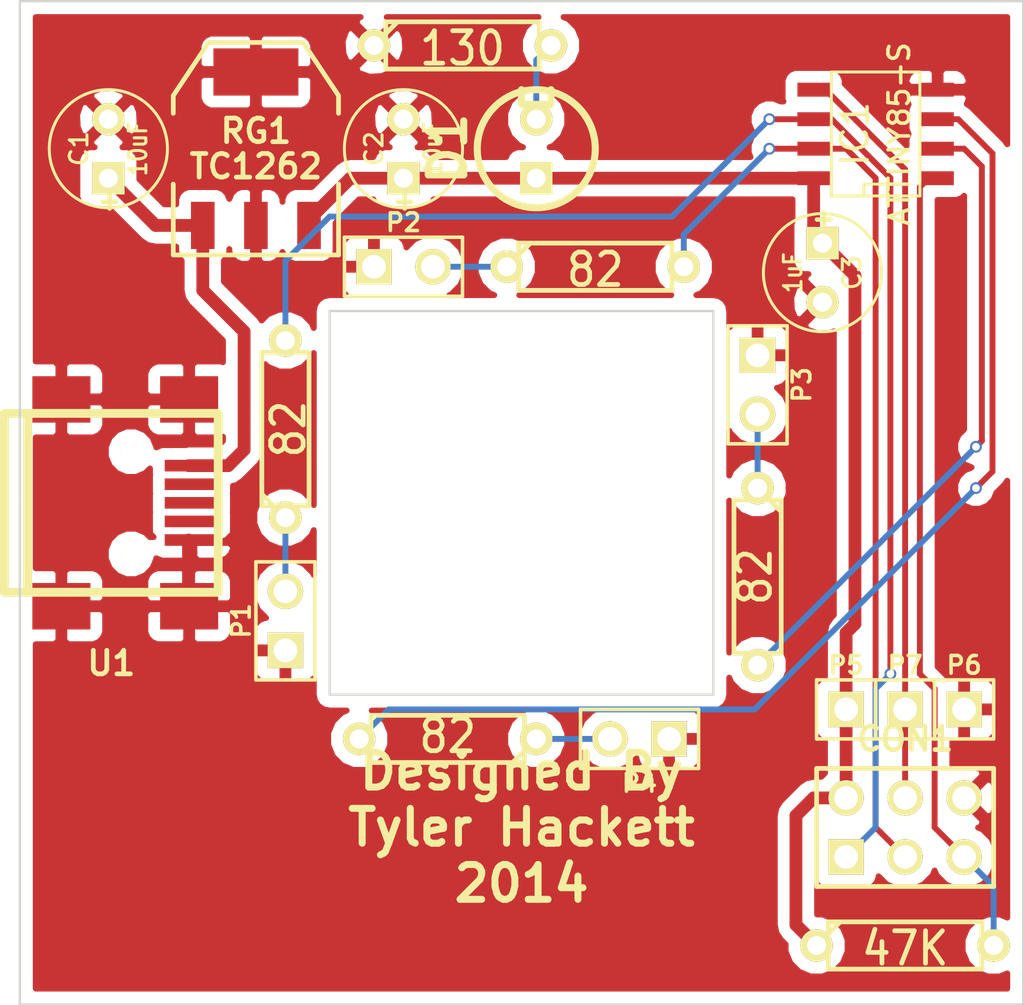
<source format=kicad_pcb>
(kicad_pcb (version 3) (host pcbnew "(2013-07-07 BZR 4022)-stable")

  (general
    (links 41)
    (no_connects 0)
    (area 175.736956 109.169999 230.603829 152.450001)
    (thickness 1.6)
    (drawings 12)
    (tracks 78)
    (zones 0)
    (modules 21)
    (nets 15)
  )

  (page A3)
  (layers
    (15 F.Cu signal)
    (0 B.Cu signal)
    (16 B.Adhes user)
    (17 F.Adhes user)
    (18 B.Paste user)
    (19 F.Paste user)
    (20 B.SilkS user)
    (21 F.SilkS user)
    (22 B.Mask user)
    (23 F.Mask user)
    (24 Dwgs.User user)
    (25 Cmts.User user)
    (26 Eco1.User user)
    (27 Eco2.User user)
    (28 Edge.Cuts user)
  )

  (setup
    (last_trace_width 0.254)
    (trace_clearance 0.2032)
    (zone_clearance 0.508)
    (zone_45_only no)
    (trace_min 0.254)
    (segment_width 0.2)
    (edge_width 0.1)
    (via_size 0.508)
    (via_drill 0.3302)
    (via_min_size 0.508)
    (via_min_drill 0.3302)
    (uvia_size 0.508)
    (uvia_drill 0.127)
    (uvias_allowed no)
    (uvia_min_size 0.508)
    (uvia_min_drill 0.127)
    (pcb_text_width 0.3)
    (pcb_text_size 1.5 1.5)
    (mod_edge_width 0.15)
    (mod_text_size 1 1)
    (mod_text_width 0.15)
    (pad_size 2.49936 1.99898)
    (pad_drill 0)
    (pad_to_mask_clearance 0)
    (aux_axis_origin 0 0)
    (visible_elements 7FFFFFFF)
    (pcbplotparams
      (layerselection 284196865)
      (usegerberextensions true)
      (excludeedgelayer true)
      (linewidth 0.150000)
      (plotframeref false)
      (viasonmask false)
      (mode 1)
      (useauxorigin false)
      (hpglpennumber 1)
      (hpglpenspeed 20)
      (hpglpendiameter 15)
      (hpglpenoverlay 2)
      (psnegative false)
      (psa4output false)
      (plotreference true)
      (plotvalue true)
      (plotothertext true)
      (plotinvisibletext false)
      (padsonsilk false)
      (subtractmaskfromsilk true)
      (outputformat 1)
      (mirror false)
      (drillshape 0)
      (scaleselection 1)
      (outputdirectory S:/Users/TyDesktop/Documents/GitHub/3D-LED-Companion-Cube/src/Circuit/Companion_Cube/Gerber/))
  )

  (net 0 "")
  (net 1 GND)
  (net 2 N-0000010)
  (net 3 N-0000011)
  (net 4 N-0000012)
  (net 5 N-0000017)
  (net 6 N-000002)
  (net 7 N-000003)
  (net 8 N-000004)
  (net 9 N-000005)
  (net 10 N-000006)
  (net 11 N-000007)
  (net 12 N-000008)
  (net 13 N-000009)
  (net 14 VCC)

  (net_class Default "This is the default net class."
    (clearance 0.2032)
    (trace_width 0.254)
    (via_dia 0.508)
    (via_drill 0.3302)
    (uvia_dia 0.508)
    (uvia_drill 0.127)
    (add_net "")
    (add_net N-0000010)
    (add_net N-0000011)
    (add_net N-0000012)
    (add_net N-000002)
    (add_net N-000003)
    (add_net N-000004)
    (add_net N-000005)
    (add_net N-000006)
    (add_net N-000007)
    (add_net N-000008)
    (add_net N-000009)
  )

  (net_class VCC ""
    (clearance 0.254)
    (trace_width 0.55)
    (via_dia 1)
    (via_drill 0.635)
    (uvia_dia 0.508)
    (uvia_drill 0.127)
    (add_net GND)
    (add_net N-0000017)
    (add_net VCC)
  )

  (module USB_MINI_B (layer F.Cu) (tedit 54893486) (tstamp 54890D87)
    (at 181.737 130.81)
    (descr "USB Mini-B 5-pin SMD connector")
    (tags "USB, Mini-B, connector")
    (path /54803DB7)
    (fp_text reference U1 (at 0 6.90118) (layer F.SilkS)
      (effects (font (size 1.016 1.016) (thickness 0.2032)))
    )
    (fp_text value MINI-B_USB (at 0 -7.0993) (layer F.SilkS) hide
      (effects (font (size 1.016 1.016) (thickness 0.2032)))
    )
    (fp_line (start -3.59918 -3.85064) (end -3.59918 3.85064) (layer F.SilkS) (width 0.381))
    (fp_line (start -4.59994 -3.85064) (end -4.59994 3.85064) (layer F.SilkS) (width 0.381))
    (fp_line (start -4.59994 3.85064) (end 4.59994 3.85064) (layer F.SilkS) (width 0.381))
    (fp_line (start 4.59994 3.85064) (end 4.59994 -3.85064) (layer F.SilkS) (width 0.381))
    (fp_line (start 4.59994 -3.85064) (end -4.59994 -3.85064) (layer F.SilkS) (width 0.381))
    (pad 1 smd rect (at 3.44932 -1.6002) (size 2.30124 0.50038)
      (layers F.Cu F.Paste F.Mask)
      (net 5 N-0000017)
    )
    (pad 2 smd rect (at 3.44932 -0.8001) (size 2.30124 0.50038)
      (layers F.Cu F.Paste F.Mask)
    )
    (pad 3 smd rect (at 3.44932 0) (size 2.30124 0.50038)
      (layers F.Cu F.Paste F.Mask)
    )
    (pad 4 smd rect (at 3.44932 0.8001) (size 2.30124 0.50038)
      (layers F.Cu F.Paste F.Mask)
    )
    (pad 5 smd rect (at 3.44932 1.6002) (size 2.30124 0.50038)
      (layers F.Cu F.Paste F.Mask)
      (net 1 GND)
    )
    (pad 6 smd rect (at 3.35026 -4.45008) (size 2.49936 1.99898)
      (layers F.Cu F.Paste F.Mask)
      (net 1 GND)
    )
    (pad 7 smd rect (at -2.14884 -4.45008) (size 2.49936 1.99898)
      (layers F.Cu F.Paste F.Mask)
      (net 1 GND)
    )
    (pad 8 smd rect (at 3.35026 4.45008) (size 2.49936 1.99898)
      (layers F.Cu F.Paste F.Mask)
      (net 1 GND)
    )
    (pad 9 smd rect (at -2.14884 4.45008) (size 2.49936 1.99898)
      (layers F.Cu F.Paste F.Mask)
      (net 1 GND)
    )
    (pad "" np_thru_hole circle (at 0.8509 -2.19964) (size 0.89916 0.89916) (drill 0.89916)
      (layers *.Cu *.Mask F.SilkS)
    )
    (pad 2 np_thru_hole circle (at 0.8509 2.19964) (size 0.89916 0.89916) (drill 0.89916)
      (layers *.Cu *.Mask F.SilkS)
    )
  )

  (module SOT223 (layer F.Cu) (tedit 200000) (tstamp 54890D97)
    (at 187.96 115.57)
    (descr "module CMS SOT223 4 pins")
    (tags "CMS SOT")
    (path /54804EE1)
    (attr smd)
    (fp_text reference RG1 (at 0 -0.762) (layer F.SilkS)
      (effects (font (size 1.016 1.016) (thickness 0.2032)))
    )
    (fp_text value TC1262 (at 0 0.762) (layer F.SilkS)
      (effects (font (size 1.016 1.016) (thickness 0.2032)))
    )
    (fp_line (start -3.556 1.524) (end -3.556 4.572) (layer F.SilkS) (width 0.2032))
    (fp_line (start -3.556 4.572) (end 3.556 4.572) (layer F.SilkS) (width 0.2032))
    (fp_line (start 3.556 4.572) (end 3.556 1.524) (layer F.SilkS) (width 0.2032))
    (fp_line (start -3.556 -1.524) (end -3.556 -2.286) (layer F.SilkS) (width 0.2032))
    (fp_line (start -3.556 -2.286) (end -2.032 -4.572) (layer F.SilkS) (width 0.2032))
    (fp_line (start -2.032 -4.572) (end 2.032 -4.572) (layer F.SilkS) (width 0.2032))
    (fp_line (start 2.032 -4.572) (end 3.556 -2.286) (layer F.SilkS) (width 0.2032))
    (fp_line (start 3.556 -2.286) (end 3.556 -1.524) (layer F.SilkS) (width 0.2032))
    (pad 4 smd rect (at 0 -3.302) (size 3.6576 2.032)
      (layers F.Cu F.Paste F.Mask)
      (net 1 GND)
    )
    (pad 2 smd rect (at 0 3.302) (size 1.016 2.032)
      (layers F.Cu F.Paste F.Mask)
      (net 1 GND)
    )
    (pad 3 smd rect (at 2.286 3.302) (size 1.016 2.032)
      (layers F.Cu F.Paste F.Mask)
      (net 14 VCC)
    )
    (pad 1 smd rect (at -2.286 3.302) (size 1.016 2.032)
      (layers F.Cu F.Paste F.Mask)
      (net 5 N-0000017)
    )
    (model smd/SOT223.wrl
      (at (xyz 0 0 0))
      (scale (xyz 0.4 0.4 0.4))
      (rotate (xyz 0 0 0))
    )
  )

  (module SO8E (layer F.Cu) (tedit 4F33A5C7) (tstamp 548972CD)
    (at 214.63 114.935 90)
    (descr "module CMS SOJ 8 pins etroit")
    (tags "CMS SOJ")
    (path /54803D15)
    (attr smd)
    (fp_text reference IC1 (at 0 -0.889 90) (layer F.SilkS)
      (effects (font (size 1.143 1.143) (thickness 0.1524)))
    )
    (fp_text value ATTINY85-S (at 0 1.016 90) (layer F.SilkS)
      (effects (font (size 0.889 0.889) (thickness 0.1524)))
    )
    (fp_line (start -2.667 1.778) (end -2.667 1.905) (layer F.SilkS) (width 0.127))
    (fp_line (start -2.667 1.905) (end 2.667 1.905) (layer F.SilkS) (width 0.127))
    (fp_line (start 2.667 -1.905) (end -2.667 -1.905) (layer F.SilkS) (width 0.127))
    (fp_line (start -2.667 -1.905) (end -2.667 1.778) (layer F.SilkS) (width 0.127))
    (fp_line (start -2.667 -0.508) (end -2.159 -0.508) (layer F.SilkS) (width 0.127))
    (fp_line (start -2.159 -0.508) (end -2.159 0.508) (layer F.SilkS) (width 0.127))
    (fp_line (start -2.159 0.508) (end -2.667 0.508) (layer F.SilkS) (width 0.127))
    (fp_line (start 2.667 -1.905) (end 2.667 1.905) (layer F.SilkS) (width 0.127))
    (pad 8 smd rect (at -1.905 -2.667 90) (size 0.59944 1.39954)
      (layers F.Cu F.Paste F.Mask)
      (net 14 VCC)
    )
    (pad 1 smd rect (at -1.905 2.667 90) (size 0.59944 1.39954)
      (layers F.Cu F.Paste F.Mask)
      (net 6 N-000002)
    )
    (pad 7 smd rect (at -0.635 -2.667 90) (size 0.59944 1.39954)
      (layers F.Cu F.Paste F.Mask)
      (net 10 N-000006)
    )
    (pad 6 smd rect (at 0.635 -2.667 90) (size 0.59944 1.39954)
      (layers F.Cu F.Paste F.Mask)
      (net 11 N-000007)
    )
    (pad 5 smd rect (at 1.905 -2.667 90) (size 0.59944 1.39954)
      (layers F.Cu F.Paste F.Mask)
      (net 7 N-000003)
    )
    (pad 2 smd rect (at -0.635 2.667 90) (size 0.59944 1.39954)
      (layers F.Cu F.Paste F.Mask)
      (net 9 N-000005)
    )
    (pad 3 smd rect (at 0.635 2.667 90) (size 0.59944 1.39954)
      (layers F.Cu F.Paste F.Mask)
      (net 8 N-000004)
    )
    (pad 4 smd rect (at 1.905 2.667 90) (size 0.59944 1.39954)
      (layers F.Cu F.Paste F.Mask)
      (net 1 GND)
    )
    (model smd/cms_so8.wrl
      (at (xyz 0 0 0))
      (scale (xyz 0.5 0.32 0.5))
      (rotate (xyz 0 0 0))
    )
  )

  (module R3 (layer F.Cu) (tedit 4E4C0E65) (tstamp 54890DB9)
    (at 196.215 140.97 180)
    (descr "Resitance 3 pas")
    (tags R)
    (path /54803F19)
    (autoplace_cost180 10)
    (fp_text reference R4 (at 0 0.127 180) (layer F.SilkS) hide
      (effects (font (size 1.397 1.27) (thickness 0.2032)))
    )
    (fp_text value 82 (at 0 0.127 180) (layer F.SilkS)
      (effects (font (size 1.397 1.27) (thickness 0.2032)))
    )
    (fp_line (start -3.81 0) (end -3.302 0) (layer F.SilkS) (width 0.2032))
    (fp_line (start 3.81 0) (end 3.302 0) (layer F.SilkS) (width 0.2032))
    (fp_line (start 3.302 0) (end 3.302 -1.016) (layer F.SilkS) (width 0.2032))
    (fp_line (start 3.302 -1.016) (end -3.302 -1.016) (layer F.SilkS) (width 0.2032))
    (fp_line (start -3.302 -1.016) (end -3.302 1.016) (layer F.SilkS) (width 0.2032))
    (fp_line (start -3.302 1.016) (end 3.302 1.016) (layer F.SilkS) (width 0.2032))
    (fp_line (start 3.302 1.016) (end 3.302 0) (layer F.SilkS) (width 0.2032))
    (fp_line (start -3.302 -0.508) (end -2.794 -1.016) (layer F.SilkS) (width 0.2032))
    (pad 1 thru_hole circle (at -3.81 0 180) (size 1.397 1.397) (drill 0.8128)
      (layers *.Cu *.Mask F.SilkS)
      (net 12 N-000008)
    )
    (pad 2 thru_hole circle (at 3.81 0 180) (size 1.397 1.397) (drill 0.8128)
      (layers *.Cu *.Mask F.SilkS)
      (net 8 N-000004)
    )
    (model discret/resistor.wrl
      (at (xyz 0 0 0))
      (scale (xyz 0.3 0.3 0.3))
      (rotate (xyz 0 0 0))
    )
  )

  (module R3 (layer F.Cu) (tedit 4E4C0E65) (tstamp 54890DC7)
    (at 209.55 133.985 270)
    (descr "Resitance 3 pas")
    (tags R)
    (path /54803F42)
    (autoplace_cost180 10)
    (fp_text reference R3 (at 0 0.127 270) (layer F.SilkS) hide
      (effects (font (size 1.397 1.27) (thickness 0.2032)))
    )
    (fp_text value 82 (at 0 0.127 270) (layer F.SilkS)
      (effects (font (size 1.397 1.27) (thickness 0.2032)))
    )
    (fp_line (start -3.81 0) (end -3.302 0) (layer F.SilkS) (width 0.2032))
    (fp_line (start 3.81 0) (end 3.302 0) (layer F.SilkS) (width 0.2032))
    (fp_line (start 3.302 0) (end 3.302 -1.016) (layer F.SilkS) (width 0.2032))
    (fp_line (start 3.302 -1.016) (end -3.302 -1.016) (layer F.SilkS) (width 0.2032))
    (fp_line (start -3.302 -1.016) (end -3.302 1.016) (layer F.SilkS) (width 0.2032))
    (fp_line (start -3.302 1.016) (end 3.302 1.016) (layer F.SilkS) (width 0.2032))
    (fp_line (start 3.302 1.016) (end 3.302 0) (layer F.SilkS) (width 0.2032))
    (fp_line (start -3.302 -0.508) (end -2.794 -1.016) (layer F.SilkS) (width 0.2032))
    (pad 1 thru_hole circle (at -3.81 0 270) (size 1.397 1.397) (drill 0.8128)
      (layers *.Cu *.Mask F.SilkS)
      (net 2 N-0000010)
    )
    (pad 2 thru_hole circle (at 3.81 0 270) (size 1.397 1.397) (drill 0.8128)
      (layers *.Cu *.Mask F.SilkS)
      (net 9 N-000005)
    )
    (model discret/resistor.wrl
      (at (xyz 0 0 0))
      (scale (xyz 0.3 0.3 0.3))
      (rotate (xyz 0 0 0))
    )
  )

  (module R3 (layer F.Cu) (tedit 4E4C0E65) (tstamp 54890DD5)
    (at 202.565 120.65)
    (descr "Resitance 3 pas")
    (tags R)
    (path /54803F51)
    (autoplace_cost180 10)
    (fp_text reference R2 (at 0 0.127) (layer F.SilkS) hide
      (effects (font (size 1.397 1.27) (thickness 0.2032)))
    )
    (fp_text value 82 (at 0 0.127) (layer F.SilkS)
      (effects (font (size 1.397 1.27) (thickness 0.2032)))
    )
    (fp_line (start -3.81 0) (end -3.302 0) (layer F.SilkS) (width 0.2032))
    (fp_line (start 3.81 0) (end 3.302 0) (layer F.SilkS) (width 0.2032))
    (fp_line (start 3.302 0) (end 3.302 -1.016) (layer F.SilkS) (width 0.2032))
    (fp_line (start 3.302 -1.016) (end -3.302 -1.016) (layer F.SilkS) (width 0.2032))
    (fp_line (start -3.302 -1.016) (end -3.302 1.016) (layer F.SilkS) (width 0.2032))
    (fp_line (start -3.302 1.016) (end 3.302 1.016) (layer F.SilkS) (width 0.2032))
    (fp_line (start 3.302 1.016) (end 3.302 0) (layer F.SilkS) (width 0.2032))
    (fp_line (start -3.302 -0.508) (end -2.794 -1.016) (layer F.SilkS) (width 0.2032))
    (pad 1 thru_hole circle (at -3.81 0) (size 1.397 1.397) (drill 0.8128)
      (layers *.Cu *.Mask F.SilkS)
      (net 3 N-0000011)
    )
    (pad 2 thru_hole circle (at 3.81 0) (size 1.397 1.397) (drill 0.8128)
      (layers *.Cu *.Mask F.SilkS)
      (net 10 N-000006)
    )
    (model discret/resistor.wrl
      (at (xyz 0 0 0))
      (scale (xyz 0.3 0.3 0.3))
      (rotate (xyz 0 0 0))
    )
  )

  (module R3 (layer F.Cu) (tedit 4E4C0E65) (tstamp 54890DE3)
    (at 189.23 127.635 90)
    (descr "Resitance 3 pas")
    (tags R)
    (path /54803F60)
    (autoplace_cost180 10)
    (fp_text reference R1 (at 0 0.127 90) (layer F.SilkS) hide
      (effects (font (size 1.397 1.27) (thickness 0.2032)))
    )
    (fp_text value 82 (at 0 0.127 90) (layer F.SilkS)
      (effects (font (size 1.397 1.27) (thickness 0.2032)))
    )
    (fp_line (start -3.81 0) (end -3.302 0) (layer F.SilkS) (width 0.2032))
    (fp_line (start 3.81 0) (end 3.302 0) (layer F.SilkS) (width 0.2032))
    (fp_line (start 3.302 0) (end 3.302 -1.016) (layer F.SilkS) (width 0.2032))
    (fp_line (start 3.302 -1.016) (end -3.302 -1.016) (layer F.SilkS) (width 0.2032))
    (fp_line (start -3.302 -1.016) (end -3.302 1.016) (layer F.SilkS) (width 0.2032))
    (fp_line (start -3.302 1.016) (end 3.302 1.016) (layer F.SilkS) (width 0.2032))
    (fp_line (start 3.302 1.016) (end 3.302 0) (layer F.SilkS) (width 0.2032))
    (fp_line (start -3.302 -0.508) (end -2.794 -1.016) (layer F.SilkS) (width 0.2032))
    (pad 1 thru_hole circle (at -3.81 0 90) (size 1.397 1.397) (drill 0.8128)
      (layers *.Cu *.Mask F.SilkS)
      (net 4 N-0000012)
    )
    (pad 2 thru_hole circle (at 3.81 0 90) (size 1.397 1.397) (drill 0.8128)
      (layers *.Cu *.Mask F.SilkS)
      (net 11 N-000007)
    )
    (model discret/resistor.wrl
      (at (xyz 0 0 0))
      (scale (xyz 0.3 0.3 0.3))
      (rotate (xyz 0 0 0))
    )
  )

  (module R3 (layer F.Cu) (tedit 4E4C0E65) (tstamp 54890DF1)
    (at 215.9 149.86)
    (descr "Resitance 3 pas")
    (tags R)
    (path /54818FB5)
    (autoplace_cost180 10)
    (fp_text reference R6 (at 0 0.127) (layer F.SilkS) hide
      (effects (font (size 1.397 1.27) (thickness 0.2032)))
    )
    (fp_text value 47K (at 0 0.127) (layer F.SilkS)
      (effects (font (size 1.397 1.27) (thickness 0.2032)))
    )
    (fp_line (start -3.81 0) (end -3.302 0) (layer F.SilkS) (width 0.2032))
    (fp_line (start 3.81 0) (end 3.302 0) (layer F.SilkS) (width 0.2032))
    (fp_line (start 3.302 0) (end 3.302 -1.016) (layer F.SilkS) (width 0.2032))
    (fp_line (start 3.302 -1.016) (end -3.302 -1.016) (layer F.SilkS) (width 0.2032))
    (fp_line (start -3.302 -1.016) (end -3.302 1.016) (layer F.SilkS) (width 0.2032))
    (fp_line (start -3.302 1.016) (end 3.302 1.016) (layer F.SilkS) (width 0.2032))
    (fp_line (start 3.302 1.016) (end 3.302 0) (layer F.SilkS) (width 0.2032))
    (fp_line (start -3.302 -0.508) (end -2.794 -1.016) (layer F.SilkS) (width 0.2032))
    (pad 1 thru_hole circle (at -3.81 0) (size 1.397 1.397) (drill 0.8128)
      (layers *.Cu *.Mask F.SilkS)
      (net 14 VCC)
    )
    (pad 2 thru_hole circle (at 3.81 0) (size 1.397 1.397) (drill 0.8128)
      (layers *.Cu *.Mask F.SilkS)
      (net 6 N-000002)
    )
    (model discret/resistor.wrl
      (at (xyz 0 0 0))
      (scale (xyz 0.3 0.3 0.3))
      (rotate (xyz 0 0 0))
    )
  )

  (module R3 (layer F.Cu) (tedit 4E4C0E65) (tstamp 54890DFF)
    (at 196.85 111.125)
    (descr "Resitance 3 pas")
    (tags R)
    (path /54805CDD)
    (autoplace_cost180 10)
    (fp_text reference R5 (at 0 0.127) (layer F.SilkS) hide
      (effects (font (size 1.397 1.27) (thickness 0.2032)))
    )
    (fp_text value 130 (at 0 0.127) (layer F.SilkS)
      (effects (font (size 1.397 1.27) (thickness 0.2032)))
    )
    (fp_line (start -3.81 0) (end -3.302 0) (layer F.SilkS) (width 0.2032))
    (fp_line (start 3.81 0) (end 3.302 0) (layer F.SilkS) (width 0.2032))
    (fp_line (start 3.302 0) (end 3.302 -1.016) (layer F.SilkS) (width 0.2032))
    (fp_line (start 3.302 -1.016) (end -3.302 -1.016) (layer F.SilkS) (width 0.2032))
    (fp_line (start -3.302 -1.016) (end -3.302 1.016) (layer F.SilkS) (width 0.2032))
    (fp_line (start -3.302 1.016) (end 3.302 1.016) (layer F.SilkS) (width 0.2032))
    (fp_line (start 3.302 1.016) (end 3.302 0) (layer F.SilkS) (width 0.2032))
    (fp_line (start -3.302 -0.508) (end -2.794 -1.016) (layer F.SilkS) (width 0.2032))
    (pad 1 thru_hole circle (at -3.81 0) (size 1.397 1.397) (drill 0.8128)
      (layers *.Cu *.Mask F.SilkS)
      (net 1 GND)
    )
    (pad 2 thru_hole circle (at 3.81 0) (size 1.397 1.397) (drill 0.8128)
      (layers *.Cu *.Mask F.SilkS)
      (net 13 N-000009)
    )
    (model discret/resistor.wrl
      (at (xyz 0 0 0))
      (scale (xyz 0.3 0.3 0.3))
      (rotate (xyz 0 0 0))
    )
  )

  (module pin_array_3x2 (layer F.Cu) (tedit 42931587) (tstamp 54890E0D)
    (at 215.9 144.78)
    (descr "Double rangee de contacts 2 x 4 pins")
    (tags CONN)
    (path /5480474F)
    (fp_text reference CON1 (at 0 -3.81) (layer F.SilkS)
      (effects (font (size 1.016 1.016) (thickness 0.2032)))
    )
    (fp_text value AVR-ISP-6 (at 0 3.81) (layer F.SilkS) hide
      (effects (font (size 1.016 1.016) (thickness 0.2032)))
    )
    (fp_line (start 3.81 2.54) (end -3.81 2.54) (layer F.SilkS) (width 0.2032))
    (fp_line (start -3.81 -2.54) (end 3.81 -2.54) (layer F.SilkS) (width 0.2032))
    (fp_line (start 3.81 -2.54) (end 3.81 2.54) (layer F.SilkS) (width 0.2032))
    (fp_line (start -3.81 2.54) (end -3.81 -2.54) (layer F.SilkS) (width 0.2032))
    (pad 1 thru_hole rect (at -2.54 1.27) (size 1.524 1.524) (drill 1.016)
      (layers *.Cu *.Mask F.SilkS)
      (net 11 N-000007)
    )
    (pad 2 thru_hole circle (at -2.54 -1.27) (size 1.524 1.524) (drill 1.016)
      (layers *.Cu *.Mask F.SilkS)
      (net 14 VCC)
    )
    (pad 3 thru_hole circle (at 0 1.27) (size 1.524 1.524) (drill 1.016)
      (layers *.Cu *.Mask F.SilkS)
      (net 10 N-000006)
    )
    (pad 4 thru_hole circle (at 0 -1.27) (size 1.524 1.524) (drill 1.016)
      (layers *.Cu *.Mask F.SilkS)
      (net 7 N-000003)
    )
    (pad 5 thru_hole circle (at 2.54 1.27) (size 1.524 1.524) (drill 1.016)
      (layers *.Cu *.Mask F.SilkS)
      (net 6 N-000002)
    )
    (pad 6 thru_hole circle (at 2.54 -1.27) (size 1.524 1.524) (drill 1.016)
      (layers *.Cu *.Mask F.SilkS)
      (net 1 GND)
    )
    (model pin_array/pins_array_3x2.wrl
      (at (xyz 0 0 0))
      (scale (xyz 1 1 1))
      (rotate (xyz 0 0 0))
    )
  )

  (module PIN_ARRAY_2X1 (layer F.Cu) (tedit 4565C520) (tstamp 54890E17)
    (at 209.55 125.73 270)
    (descr "Connecteurs 2 pins")
    (tags "CONN DEV")
    (path /54890B72)
    (fp_text reference P3 (at 0 -1.905 270) (layer F.SilkS)
      (effects (font (size 0.762 0.762) (thickness 0.1524)))
    )
    (fp_text value LED_2 (at 0 -1.905 270) (layer F.SilkS) hide
      (effects (font (size 0.762 0.762) (thickness 0.1524)))
    )
    (fp_line (start -2.54 1.27) (end -2.54 -1.27) (layer F.SilkS) (width 0.1524))
    (fp_line (start -2.54 -1.27) (end 2.54 -1.27) (layer F.SilkS) (width 0.1524))
    (fp_line (start 2.54 -1.27) (end 2.54 1.27) (layer F.SilkS) (width 0.1524))
    (fp_line (start 2.54 1.27) (end -2.54 1.27) (layer F.SilkS) (width 0.1524))
    (pad 1 thru_hole rect (at -1.27 0 270) (size 1.524 1.524) (drill 1.016)
      (layers *.Cu *.Mask F.SilkS)
      (net 1 GND)
    )
    (pad 2 thru_hole circle (at 1.27 0 270) (size 1.524 1.524) (drill 1.016)
      (layers *.Cu *.Mask F.SilkS)
      (net 2 N-0000010)
    )
    (model pin_array/pins_array_2x1.wrl
      (at (xyz 0 0 0))
      (scale (xyz 1 1 1))
      (rotate (xyz 0 0 0))
    )
  )

  (module PIN_ARRAY_2X1 (layer F.Cu) (tedit 4565C520) (tstamp 54890E21)
    (at 194.31 120.65)
    (descr "Connecteurs 2 pins")
    (tags "CONN DEV")
    (path /54890B63)
    (fp_text reference P2 (at 0 -1.905) (layer F.SilkS)
      (effects (font (size 0.762 0.762) (thickness 0.1524)))
    )
    (fp_text value LED_3 (at 0 -1.905) (layer F.SilkS) hide
      (effects (font (size 0.762 0.762) (thickness 0.1524)))
    )
    (fp_line (start -2.54 1.27) (end -2.54 -1.27) (layer F.SilkS) (width 0.1524))
    (fp_line (start -2.54 -1.27) (end 2.54 -1.27) (layer F.SilkS) (width 0.1524))
    (fp_line (start 2.54 -1.27) (end 2.54 1.27) (layer F.SilkS) (width 0.1524))
    (fp_line (start 2.54 1.27) (end -2.54 1.27) (layer F.SilkS) (width 0.1524))
    (pad 1 thru_hole rect (at -1.27 0) (size 1.524 1.524) (drill 1.016)
      (layers *.Cu *.Mask F.SilkS)
      (net 1 GND)
    )
    (pad 2 thru_hole circle (at 1.27 0) (size 1.524 1.524) (drill 1.016)
      (layers *.Cu *.Mask F.SilkS)
      (net 3 N-0000011)
    )
    (model pin_array/pins_array_2x1.wrl
      (at (xyz 0 0 0))
      (scale (xyz 1 1 1))
      (rotate (xyz 0 0 0))
    )
  )

  (module PIN_ARRAY_2X1 (layer F.Cu) (tedit 4565C520) (tstamp 54890E2B)
    (at 189.23 135.89 90)
    (descr "Connecteurs 2 pins")
    (tags "CONN DEV")
    (path /54890B4A)
    (fp_text reference P1 (at 0 -1.905 90) (layer F.SilkS)
      (effects (font (size 0.762 0.762) (thickness 0.1524)))
    )
    (fp_text value LED_4 (at 0 -1.905 90) (layer F.SilkS) hide
      (effects (font (size 0.762 0.762) (thickness 0.1524)))
    )
    (fp_line (start -2.54 1.27) (end -2.54 -1.27) (layer F.SilkS) (width 0.1524))
    (fp_line (start -2.54 -1.27) (end 2.54 -1.27) (layer F.SilkS) (width 0.1524))
    (fp_line (start 2.54 -1.27) (end 2.54 1.27) (layer F.SilkS) (width 0.1524))
    (fp_line (start 2.54 1.27) (end -2.54 1.27) (layer F.SilkS) (width 0.1524))
    (pad 1 thru_hole rect (at -1.27 0 90) (size 1.524 1.524) (drill 1.016)
      (layers *.Cu *.Mask F.SilkS)
      (net 1 GND)
    )
    (pad 2 thru_hole circle (at 1.27 0 90) (size 1.524 1.524) (drill 1.016)
      (layers *.Cu *.Mask F.SilkS)
      (net 4 N-0000012)
    )
    (model pin_array/pins_array_2x1.wrl
      (at (xyz 0 0 0))
      (scale (xyz 1 1 1))
      (rotate (xyz 0 0 0))
    )
  )

  (module PIN_ARRAY_2X1 (layer F.Cu) (tedit 4565C520) (tstamp 54890E35)
    (at 204.47 140.97 180)
    (descr "Connecteurs 2 pins")
    (tags "CONN DEV")
    (path /54890B81)
    (fp_text reference P4 (at 0 -1.905 180) (layer F.SilkS)
      (effects (font (size 0.762 0.762) (thickness 0.1524)))
    )
    (fp_text value LED_1 (at 0 -1.905 180) (layer F.SilkS) hide
      (effects (font (size 0.762 0.762) (thickness 0.1524)))
    )
    (fp_line (start -2.54 1.27) (end -2.54 -1.27) (layer F.SilkS) (width 0.1524))
    (fp_line (start -2.54 -1.27) (end 2.54 -1.27) (layer F.SilkS) (width 0.1524))
    (fp_line (start 2.54 -1.27) (end 2.54 1.27) (layer F.SilkS) (width 0.1524))
    (fp_line (start 2.54 1.27) (end -2.54 1.27) (layer F.SilkS) (width 0.1524))
    (pad 1 thru_hole rect (at -1.27 0 180) (size 1.524 1.524) (drill 1.016)
      (layers *.Cu *.Mask F.SilkS)
      (net 1 GND)
    )
    (pad 2 thru_hole circle (at 1.27 0 180) (size 1.524 1.524) (drill 1.016)
      (layers *.Cu *.Mask F.SilkS)
      (net 12 N-000008)
    )
    (model pin_array/pins_array_2x1.wrl
      (at (xyz 0 0 0))
      (scale (xyz 1 1 1))
      (rotate (xyz 0 0 0))
    )
  )

  (module PIN_ARRAY_1 (layer F.Cu) (tedit 4E4E744E) (tstamp 54890E3E)
    (at 215.9 139.7)
    (descr "1 pin")
    (tags "CONN DEV")
    (path /54890B90)
    (fp_text reference P7 (at 0 -1.905) (layer F.SilkS)
      (effects (font (size 0.762 0.762) (thickness 0.1524)))
    )
    (fp_text value CONN_1 (at 0 -1.905) (layer F.SilkS) hide
      (effects (font (size 0.762 0.762) (thickness 0.1524)))
    )
    (fp_line (start 1.27 1.27) (end -1.27 1.27) (layer F.SilkS) (width 0.1524))
    (fp_line (start -1.27 -1.27) (end 1.27 -1.27) (layer F.SilkS) (width 0.1524))
    (fp_line (start -1.27 1.27) (end -1.27 -1.27) (layer F.SilkS) (width 0.1524))
    (fp_line (start 1.27 -1.27) (end 1.27 1.27) (layer F.SilkS) (width 0.1524))
    (pad 1 thru_hole rect (at 0 0) (size 1.524 1.524) (drill 1.016)
      (layers *.Cu *.Mask F.SilkS)
      (net 7 N-000003)
    )
    (model pin_array\pin_1.wrl
      (at (xyz 0 0 0))
      (scale (xyz 1 1 1))
      (rotate (xyz 0 0 0))
    )
  )

  (module PIN_ARRAY_1 (layer F.Cu) (tedit 4E4E744E) (tstamp 54890E47)
    (at 218.44 139.7)
    (descr "1 pin")
    (tags "CONN DEV")
    (path /54890BA6)
    (fp_text reference P6 (at 0 -1.905) (layer F.SilkS)
      (effects (font (size 0.762 0.762) (thickness 0.1524)))
    )
    (fp_text value CONN_1 (at 0 -1.905) (layer F.SilkS) hide
      (effects (font (size 0.762 0.762) (thickness 0.1524)))
    )
    (fp_line (start 1.27 1.27) (end -1.27 1.27) (layer F.SilkS) (width 0.1524))
    (fp_line (start -1.27 -1.27) (end 1.27 -1.27) (layer F.SilkS) (width 0.1524))
    (fp_line (start -1.27 1.27) (end -1.27 -1.27) (layer F.SilkS) (width 0.1524))
    (fp_line (start 1.27 -1.27) (end 1.27 1.27) (layer F.SilkS) (width 0.1524))
    (pad 1 thru_hole rect (at 0 0) (size 1.524 1.524) (drill 1.016)
      (layers *.Cu *.Mask F.SilkS)
      (net 1 GND)
    )
    (model pin_array\pin_1.wrl
      (at (xyz 0 0 0))
      (scale (xyz 1 1 1))
      (rotate (xyz 0 0 0))
    )
  )

  (module PIN_ARRAY_1 (layer F.Cu) (tedit 4E4E744E) (tstamp 54890E50)
    (at 213.36 139.7)
    (descr "1 pin")
    (tags "CONN DEV")
    (path /54890BB5)
    (fp_text reference P5 (at 0 -1.905) (layer F.SilkS)
      (effects (font (size 0.762 0.762) (thickness 0.1524)))
    )
    (fp_text value CONN_1 (at 0 -1.905) (layer F.SilkS) hide
      (effects (font (size 0.762 0.762) (thickness 0.1524)))
    )
    (fp_line (start 1.27 1.27) (end -1.27 1.27) (layer F.SilkS) (width 0.1524))
    (fp_line (start -1.27 -1.27) (end 1.27 -1.27) (layer F.SilkS) (width 0.1524))
    (fp_line (start -1.27 1.27) (end -1.27 -1.27) (layer F.SilkS) (width 0.1524))
    (fp_line (start 1.27 -1.27) (end 1.27 1.27) (layer F.SilkS) (width 0.1524))
    (pad 1 thru_hole rect (at 0 0) (size 1.524 1.524) (drill 1.016)
      (layers *.Cu *.Mask F.SilkS)
      (net 14 VCC)
    )
    (model pin_array\pin_1.wrl
      (at (xyz 0 0 0))
      (scale (xyz 1 1 1))
      (rotate (xyz 0 0 0))
    )
  )

  (module LEDV (layer F.Cu) (tedit 200000) (tstamp 54890E5A)
    (at 200.025 115.57 90)
    (descr "Led verticale diam 6mm")
    (tags "LED DEV")
    (path /5480571F)
    (fp_text reference D1 (at 0 -3.81 90) (layer F.SilkS)
      (effects (font (size 1.524 1.524) (thickness 0.3048)))
    )
    (fp_text value RED (at 0 -3.81 90) (layer F.SilkS) hide
      (effects (font (size 1.524 1.524) (thickness 0.3048)))
    )
    (fp_circle (center 0 0) (end -2.54 0) (layer F.SilkS) (width 0.3048))
    (fp_line (start 2.54 -0.635) (end 1.905 -0.635) (layer F.SilkS) (width 0.3048))
    (fp_line (start 1.905 -0.635) (end 1.905 0.635) (layer F.SilkS) (width 0.3048))
    (fp_line (start 1.905 0.635) (end 2.54 0.635) (layer F.SilkS) (width 0.3048))
    (pad 1 thru_hole rect (at -1.27 0 90) (size 1.397 1.397) (drill 0.8128)
      (layers *.Cu *.Mask F.SilkS)
      (net 14 VCC)
    )
    (pad 2 thru_hole circle (at 1.27 0 90) (size 1.397 1.397) (drill 0.8128)
      (layers *.Cu *.Mask F.SilkS)
      (net 13 N-000009)
    )
    (model discret/led5_vertical.wrl
      (at (xyz 0 0 0))
      (scale (xyz 1 1 1))
      (rotate (xyz 0 0 0))
    )
  )

  (module C1V5 (layer F.Cu) (tedit 3E070CF4) (tstamp 54890E62)
    (at 194.31 115.57 90)
    (descr "Condensateur e = 1 pas")
    (tags C)
    (path /54805432)
    (fp_text reference C2 (at 0 -1.26746 90) (layer F.SilkS)
      (effects (font (size 0.762 0.762) (thickness 0.127)))
    )
    (fp_text value 10uF (at 0 1.27 90) (layer F.SilkS)
      (effects (font (size 0.762 0.635) (thickness 0.127)))
    )
    (fp_text user + (at -2.286 0 90) (layer F.SilkS)
      (effects (font (size 0.762 0.762) (thickness 0.2032)))
    )
    (fp_circle (center 0 0) (end 0.127 -2.54) (layer F.SilkS) (width 0.127))
    (pad 1 thru_hole rect (at -1.27 0 90) (size 1.397 1.397) (drill 0.8128)
      (layers *.Cu *.Mask F.SilkS)
      (net 14 VCC)
    )
    (pad 2 thru_hole circle (at 1.27 0 90) (size 1.397 1.397) (drill 0.8128)
      (layers *.Cu *.Mask F.SilkS)
      (net 1 GND)
    )
    (model discret/c_vert_c1v5.wrl
      (at (xyz 0 0 0))
      (scale (xyz 1 1 1))
      (rotate (xyz 0 0 0))
    )
  )

  (module C1V5 (layer F.Cu) (tedit 3E070CF4) (tstamp 54890E6A)
    (at 181.61 115.57 90)
    (descr "Condensateur e = 1 pas")
    (tags C)
    (path /548051FF)
    (fp_text reference C1 (at 0 -1.26746 90) (layer F.SilkS)
      (effects (font (size 0.762 0.762) (thickness 0.127)))
    )
    (fp_text value 10uF (at 0 1.27 90) (layer F.SilkS)
      (effects (font (size 0.762 0.635) (thickness 0.127)))
    )
    (fp_text user + (at -2.286 0 90) (layer F.SilkS)
      (effects (font (size 0.762 0.762) (thickness 0.2032)))
    )
    (fp_circle (center 0 0) (end 0.127 -2.54) (layer F.SilkS) (width 0.127))
    (pad 1 thru_hole rect (at -1.27 0 90) (size 1.397 1.397) (drill 0.8128)
      (layers *.Cu *.Mask F.SilkS)
      (net 5 N-0000017)
    )
    (pad 2 thru_hole circle (at 1.27 0 90) (size 1.397 1.397) (drill 0.8128)
      (layers *.Cu *.Mask F.SilkS)
      (net 1 GND)
    )
    (model discret/c_vert_c1v5.wrl
      (at (xyz 0 0 0))
      (scale (xyz 1 1 1))
      (rotate (xyz 0 0 0))
    )
  )

  (module C1V5 (layer F.Cu) (tedit 3E070CF4) (tstamp 54890E72)
    (at 212.344 120.904 270)
    (descr "Condensateur e = 1 pas")
    (tags C)
    (path /54804B57)
    (fp_text reference C3 (at 0 -1.26746 270) (layer F.SilkS)
      (effects (font (size 0.762 0.762) (thickness 0.127)))
    )
    (fp_text value 1uF (at 0 1.27 270) (layer F.SilkS)
      (effects (font (size 0.762 0.635) (thickness 0.127)))
    )
    (fp_text user + (at -2.286 0 270) (layer F.SilkS)
      (effects (font (size 0.762 0.762) (thickness 0.2032)))
    )
    (fp_circle (center 0 0) (end 0.127 -2.54) (layer F.SilkS) (width 0.127))
    (pad 1 thru_hole rect (at -1.27 0 270) (size 1.397 1.397) (drill 0.8128)
      (layers *.Cu *.Mask F.SilkS)
      (net 14 VCC)
    )
    (pad 2 thru_hole circle (at 1.27 0 270) (size 1.397 1.397) (drill 0.8128)
      (layers *.Cu *.Mask F.SilkS)
      (net 1 GND)
    )
    (model discret/c_vert_c1v5.wrl
      (at (xyz 0 0 0))
      (scale (xyz 1 1 1))
      (rotate (xyz 0 0 0))
    )
  )

  (gr_text "Designed By\nTyler Hackett\n2014" (at 199.39 144.78) (layer F.SilkS)
    (effects (font (size 1.5 1.5) (thickness 0.3)))
  )
  (gr_text TASH (at 182.88 144.78 270) (layer F.Mask)
    (effects (font (size 3.5 3.5) (thickness 0.5)))
  )
  (gr_line (start 177.8 109.22) (end 177.8 130.81) (angle 90) (layer Edge.Cuts) (width 0.1))
  (gr_line (start 220.98 109.22) (end 177.8 109.22) (angle 90) (layer Edge.Cuts) (width 0.1))
  (gr_line (start 220.98 152.4) (end 220.98 109.22) (angle 90) (layer Edge.Cuts) (width 0.1))
  (gr_line (start 177.8 152.4) (end 220.98 152.4) (angle 90) (layer Edge.Cuts) (width 0.1))
  (gr_line (start 177.8 130.81) (end 177.8 152.4) (angle 90) (layer Edge.Cuts) (width 0.1))
  (gr_line (start 191.135 122.555) (end 191.135 139.065) (angle 90) (layer Edge.Cuts) (width 0.1))
  (gr_line (start 207.645 122.555) (end 191.135 122.555) (angle 90) (layer Edge.Cuts) (width 0.1))
  (gr_line (start 207.645 139.065) (end 207.645 122.555) (angle 90) (layer Edge.Cuts) (width 0.1))
  (gr_line (start 206.375 139.065) (end 207.645 139.065) (angle 90) (layer Edge.Cuts) (width 0.1))
  (gr_line (start 191.135 139.065) (end 206.375 139.065) (angle 90) (layer Edge.Cuts) (width 0.1))

  (segment (start 185.05932 132.4102) (end 185.05932 135.16102) (width 0.55) (layer F.Cu) (net 1))
  (segment (start 185.05932 135.16102) (end 184.96026 135.26008) (width 0.55) (layer F.Cu) (net 1) (tstamp 548934C0))
  (segment (start 209.55 130.175) (end 209.55 127) (width 0.254) (layer B.Cu) (net 2))
  (segment (start 198.755 120.65) (end 195.58 120.65) (width 0.254) (layer B.Cu) (net 3))
  (segment (start 189.23 131.445) (end 189.23 134.62) (width 0.254) (layer B.Cu) (net 4))
  (segment (start 185.674 118.872) (end 183.642 118.872) (width 0.55) (layer F.Cu) (net 5))
  (segment (start 183.642 118.872) (end 181.61 116.84) (width 0.55) (layer F.Cu) (net 5) (tstamp 5489744A))
  (segment (start 185.05932 129.2098) (end 186.7662 129.2098) (width 0.55) (layer F.Cu) (net 5))
  (segment (start 185.674 121.666) (end 185.674 118.872) (width 0.55) (layer F.Cu) (net 5) (tstamp 54897448))
  (segment (start 187.452 123.444) (end 185.674 121.666) (width 0.55) (layer F.Cu) (net 5) (tstamp 54897447))
  (segment (start 187.452 128.524) (end 187.452 123.444) (width 0.55) (layer F.Cu) (net 5) (tstamp 54897446))
  (segment (start 186.7662 129.2098) (end 187.452 128.524) (width 0.55) (layer F.Cu) (net 5) (tstamp 54897445))
  (segment (start 218.44 146.05) (end 217.17 144.78) (width 0.254) (layer F.Cu) (net 6))
  (segment (start 216.916 116.84) (end 217.297 116.84) (width 0.254) (layer F.Cu) (net 6) (tstamp 54892C37))
  (segment (start 216.535 117.221) (end 216.916 116.84) (width 0.254) (layer F.Cu) (net 6) (tstamp 54892C2A))
  (segment (start 216.535 138.176) (end 216.535 117.221) (width 0.254) (layer F.Cu) (net 6) (tstamp 54892C24))
  (segment (start 217.17 138.811) (end 216.535 138.176) (width 0.254) (layer F.Cu) (net 6) (tstamp 54892C16))
  (segment (start 217.17 144.78) (end 217.17 138.811) (width 0.254) (layer F.Cu) (net 6) (tstamp 54892C06))
  (segment (start 219.71 149.86) (end 219.71 147.32) (width 0.254) (layer B.Cu) (net 6))
  (segment (start 219.71 147.32) (end 218.44 146.05) (width 0.254) (layer B.Cu) (net 6) (tstamp 54897479))
  (segment (start 211.963 113.03) (end 212.471 113.03) (width 0.254) (layer F.Cu) (net 7))
  (segment (start 215.9 116.459) (end 215.9 139.7) (width 0.254) (layer F.Cu) (net 7) (tstamp 548924AE))
  (segment (start 212.471 113.03) (end 215.9 116.459) (width 0.254) (layer F.Cu) (net 7) (tstamp 548924AB))
  (segment (start 215.9 143.51) (end 215.9 139.7) (width 0.254) (layer F.Cu) (net 7))
  (segment (start 217.297 114.3) (end 218.186 114.3) (width 0.254) (layer F.Cu) (net 8))
  (segment (start 193.675 139.7) (end 192.405 140.97) (width 0.254) (layer B.Cu) (net 8) (tstamp 54895F79))
  (segment (start 209.423 139.7) (end 193.675 139.7) (width 0.254) (layer B.Cu) (net 8) (tstamp 54895F68))
  (segment (start 218.948 130.175) (end 209.423 139.7) (width 0.254) (layer B.Cu) (net 8) (tstamp 54895F67))
  (via (at 218.948 130.175) (size 0.508) (layers F.Cu B.Cu) (net 8))
  (segment (start 219.659202 129.463798) (end 218.948 130.175) (width 0.254) (layer F.Cu) (net 8) (tstamp 54895F54))
  (segment (start 219.659202 115.773202) (end 219.659202 129.463798) (width 0.254) (layer F.Cu) (net 8) (tstamp 54895F4D))
  (segment (start 218.186 114.3) (end 219.659202 115.773202) (width 0.254) (layer F.Cu) (net 8) (tstamp 54895F37))
  (segment (start 217.297 115.57) (end 218.44 115.57) (width 0.254) (layer F.Cu) (net 9))
  (segment (start 218.948 128.397) (end 209.55 137.795) (width 0.254) (layer B.Cu) (net 9) (tstamp 54895F0D))
  (via (at 218.948 128.397) (size 0.508) (layers F.Cu B.Cu) (net 9))
  (segment (start 219.202 128.143) (end 218.948 128.397) (width 0.254) (layer F.Cu) (net 9) (tstamp 54895EED))
  (segment (start 219.202 116.332) (end 219.202 128.143) (width 0.254) (layer F.Cu) (net 9) (tstamp 54895EE3))
  (segment (start 218.44 115.57) (end 219.202 116.332) (width 0.254) (layer F.Cu) (net 9) (tstamp 54895EDE))
  (segment (start 206.375 120.65) (end 206.375 119.253) (width 0.254) (layer B.Cu) (net 10))
  (segment (start 210.058 115.57) (end 211.963 115.57) (width 0.254) (layer F.Cu) (net 10) (tstamp 54897531))
  (via (at 210.058 115.57) (size 0.508) (layers F.Cu B.Cu) (net 10))
  (segment (start 206.375 119.253) (end 210.058 115.57) (width 0.254) (layer B.Cu) (net 10) (tstamp 5489752E))
  (segment (start 211.963 115.57) (end 213.36 115.57) (width 0.254) (layer F.Cu) (net 10))
  (segment (start 214.63 144.78) (end 215.9 146.05) (width 0.254) (layer F.Cu) (net 10) (tstamp 548974E1))
  (segment (start 214.63 116.84) (end 214.63 144.78) (width 0.254) (layer F.Cu) (net 10) (tstamp 548974DF))
  (segment (start 213.36 115.57) (end 214.63 116.84) (width 0.254) (layer F.Cu) (net 10) (tstamp 548974DE))
  (segment (start 211.963 114.3) (end 212.736582 114.3) (width 0.254) (layer F.Cu) (net 11))
  (segment (start 214.63 144.78) (end 213.36 146.05) (width 0.254) (layer B.Cu) (net 11) (tstamp 54892467))
  (segment (start 214.63 138.811) (end 214.63 144.78) (width 0.254) (layer B.Cu) (net 11) (tstamp 54892466))
  (segment (start 215.265 138.176) (end 214.63 138.811) (width 0.254) (layer B.Cu) (net 11) (tstamp 54892465))
  (via (at 215.265 138.176) (size 0.508) (layers F.Cu B.Cu) (net 11))
  (segment (start 215.265 116.828418) (end 215.265 138.176) (width 0.254) (layer F.Cu) (net 11) (tstamp 54892458))
  (segment (start 212.736582 114.3) (end 215.265 116.828418) (width 0.254) (layer F.Cu) (net 11) (tstamp 54892452))
  (segment (start 189.23 123.825) (end 189.23 120.396) (width 0.254) (layer B.Cu) (net 11))
  (segment (start 210.058 114.3) (end 211.963 114.3) (width 0.254) (layer F.Cu) (net 11) (tstamp 5489753C))
  (via (at 210.058 114.3) (size 0.508) (layers F.Cu B.Cu) (net 11))
  (segment (start 205.867 118.491) (end 210.058 114.3) (width 0.254) (layer B.Cu) (net 11) (tstamp 54897539))
  (segment (start 191.135 118.491) (end 205.867 118.491) (width 0.254) (layer B.Cu) (net 11) (tstamp 54897538))
  (segment (start 189.23 120.396) (end 191.135 118.491) (width 0.254) (layer B.Cu) (net 11) (tstamp 54897537))
  (segment (start 203.2 140.97) (end 200.025 140.97) (width 0.254) (layer B.Cu) (net 12))
  (segment (start 200.025 114.3) (end 200.025 111.76) (width 0.254) (layer B.Cu) (net 13))
  (segment (start 200.025 111.76) (end 200.66 111.125) (width 0.254) (layer B.Cu) (net 13) (tstamp 548930C8))
  (segment (start 213.36 143.51) (end 211.963 143.51) (width 0.55) (layer F.Cu) (net 14))
  (segment (start 211.201 148.971) (end 212.09 149.86) (width 0.55) (layer F.Cu) (net 14) (tstamp 54892D44))
  (segment (start 211.201 144.272) (end 211.201 148.971) (width 0.55) (layer F.Cu) (net 14) (tstamp 54892D40))
  (segment (start 211.963 143.51) (end 211.201 144.272) (width 0.55) (layer F.Cu) (net 14) (tstamp 54892D3E))
  (segment (start 213.36 139.7) (end 213.36 143.51) (width 0.55) (layer F.Cu) (net 14))
  (segment (start 212.344 119.634) (end 213.741 121.031) (width 0.55) (layer F.Cu) (net 14))
  (segment (start 213.36 136.398) (end 213.36 139.7) (width 0.55) (layer F.Cu) (net 14) (tstamp 54892D30))
  (segment (start 213.741 136.017) (end 213.36 136.398) (width 0.55) (layer F.Cu) (net 14) (tstamp 54892D1D))
  (segment (start 213.741 121.031) (end 213.741 136.017) (width 0.55) (layer F.Cu) (net 14) (tstamp 54892D1B))
  (segment (start 200.025 116.84) (end 211.963 116.84) (width 0.55) (layer F.Cu) (net 14))
  (segment (start 211.963 116.84) (end 211.963 119.253) (width 0.55) (layer F.Cu) (net 14))
  (segment (start 211.963 119.253) (end 212.344 119.634) (width 0.55) (layer F.Cu) (net 14) (tstamp 548974CA))
  (segment (start 194.31 116.84) (end 200.025 116.84) (width 0.55) (layer F.Cu) (net 14))
  (segment (start 190.246 118.872) (end 190.246 118.618) (width 0.55) (layer F.Cu) (net 14))
  (segment (start 192.024 116.84) (end 194.31 116.84) (width 0.55) (layer F.Cu) (net 14) (tstamp 5489744D))
  (segment (start 190.246 118.618) (end 192.024 116.84) (width 0.55) (layer F.Cu) (net 14) (tstamp 5489744C))

  (zone (net 1) (net_name GND) (layer F.Cu) (tstamp 54892F4D) (hatch edge 0.508)
    (connect_pads (clearance 0.508))
    (min_thickness 0.254)
    (fill (arc_segments 16) (thermal_gap 0.508) (thermal_bridge_width 0.508))
    (polygon
      (pts
        (xy 220.98 152.4) (xy 177.8 152.4) (xy 177.8 109.22) (xy 220.98 109.22)
      )
    )
    (filled_polygon
      (pts
        (xy 220.295 151.715) (xy 207.13711 151.715) (xy 207.13711 141.606245) (xy 207.137 141.25575) (xy 206.97825 141.097)
        (xy 205.867 141.097) (xy 205.867 142.20825) (xy 206.02575 142.367) (xy 206.627755 142.36711) (xy 206.861229 142.270641)
        (xy 207.040013 142.092168) (xy 207.136889 141.858864) (xy 207.13711 141.606245) (xy 207.13711 151.715) (xy 189.103 151.715)
        (xy 189.103 138.39825) (xy 189.103 137.287) (xy 187.99175 137.287) (xy 187.833 137.44575) (xy 187.83289 138.047755)
        (xy 187.929359 138.281229) (xy 188.107832 138.460013) (xy 188.341136 138.556889) (xy 188.593755 138.55711) (xy 188.94425 138.557)
        (xy 189.103 138.39825) (xy 189.103 151.715) (xy 186.97205 151.715) (xy 186.97205 136.133815) (xy 186.97205 134.386345)
        (xy 186.97191 134.226314) (xy 186.97191 132.694015) (xy 186.81319 132.535295) (xy 185.31332 132.535295) (xy 185.31332 133.13664)
        (xy 185.47207 133.29539) (xy 186.462695 133.2955) (xy 186.696169 133.199031) (xy 186.874953 133.020558) (xy 186.971829 132.787254)
        (xy 186.97191 132.694015) (xy 186.97191 134.226314) (xy 186.971829 134.133726) (xy 186.874953 133.900422) (xy 186.696169 133.721949)
        (xy 186.462695 133.62548) (xy 185.37301 133.62559) (xy 185.21426 133.78434) (xy 185.21426 135.13308) (xy 186.81319 135.13308)
        (xy 186.97194 134.97433) (xy 186.97205 134.386345) (xy 186.97205 136.133815) (xy 186.97194 135.54583) (xy 186.81319 135.38708)
        (xy 185.21426 135.38708) (xy 185.21426 136.73582) (xy 185.37301 136.89457) (xy 186.462695 136.89468) (xy 186.696169 136.798211)
        (xy 186.874953 136.619738) (xy 186.971829 136.386434) (xy 186.97205 136.133815) (xy 186.97205 151.715) (xy 185.05932 151.715)
        (xy 184.96026 151.715) (xy 184.96026 136.73582) (xy 184.96026 135.38708) (xy 184.96026 135.13308) (xy 184.96026 133.78434)
        (xy 184.80151 133.62559) (xy 183.711825 133.62548) (xy 183.478351 133.721949) (xy 183.299567 133.900422) (xy 183.202691 134.133726)
        (xy 183.20247 134.386345) (xy 183.20258 134.97433) (xy 183.36133 135.13308) (xy 184.96026 135.13308) (xy 184.96026 135.38708)
        (xy 183.36133 135.38708) (xy 183.20258 135.54583) (xy 183.20247 136.133815) (xy 183.202691 136.386434) (xy 183.299567 136.619738)
        (xy 183.478351 136.798211) (xy 183.711825 136.89468) (xy 184.80151 136.89457) (xy 184.96026 136.73582) (xy 184.96026 151.715)
        (xy 181.47295 151.715) (xy 181.47295 136.133815) (xy 181.47295 134.386345) (xy 181.47295 127.233655) (xy 181.47295 125.486185)
        (xy 181.472729 125.233566) (xy 181.375853 125.000262) (xy 181.197069 124.821789) (xy 180.963595 124.72532) (xy 179.87391 124.72543)
        (xy 179.71516 124.88418) (xy 179.71516 126.23292) (xy 181.31409 126.23292) (xy 181.47284 126.07417) (xy 181.47295 125.486185)
        (xy 181.47295 127.233655) (xy 181.47284 126.64567) (xy 181.31409 126.48692) (xy 179.71516 126.48692) (xy 179.71516 127.83566)
        (xy 179.87391 127.99441) (xy 180.963595 127.99452) (xy 181.197069 127.898051) (xy 181.375853 127.719578) (xy 181.472729 127.486274)
        (xy 181.47295 127.233655) (xy 181.47295 134.386345) (xy 181.472729 134.133726) (xy 181.375853 133.900422) (xy 181.197069 133.721949)
        (xy 180.963595 133.62548) (xy 179.87391 133.62559) (xy 179.71516 133.78434) (xy 179.71516 135.13308) (xy 181.31409 135.13308)
        (xy 181.47284 134.97433) (xy 181.47295 134.386345) (xy 181.47295 136.133815) (xy 181.47284 135.54583) (xy 181.31409 135.38708)
        (xy 179.71516 135.38708) (xy 179.71516 136.73582) (xy 179.87391 136.89457) (xy 180.963595 136.89468) (xy 181.197069 136.798211)
        (xy 181.375853 136.619738) (xy 181.472729 136.386434) (xy 181.47295 136.133815) (xy 181.47295 151.715) (xy 178.485 151.715)
        (xy 178.485 136.894652) (xy 179.30241 136.89457) (xy 179.46116 136.73582) (xy 179.46116 135.38708) (xy 179.44116 135.38708)
        (xy 179.44116 135.13308) (xy 179.46116 135.13308) (xy 179.46116 133.78434) (xy 179.30241 133.62559) (xy 178.485 133.625507)
        (xy 178.485 130.81) (xy 178.485 127.994492) (xy 179.30241 127.99441) (xy 179.46116 127.83566) (xy 179.46116 126.48692)
        (xy 179.44116 126.48692) (xy 179.44116 126.23292) (xy 179.46116 126.23292) (xy 179.46116 124.88418) (xy 179.30241 124.72543)
        (xy 178.485 124.725347) (xy 178.485 109.905) (xy 192.46827 109.905) (xy 192.347072 109.955202) (xy 192.285419 110.190814)
        (xy 193.04 110.945395) (xy 193.794581 110.190814) (xy 193.732928 109.955202) (xy 193.590294 109.905) (xy 200.120665 109.905)
        (xy 199.90562 109.993855) (xy 199.530174 110.368647) (xy 199.326733 110.858587) (xy 199.32627 111.389086) (xy 199.528855 111.87938)
        (xy 199.903647 112.254826) (xy 200.393587 112.458267) (xy 200.924086 112.45873) (xy 201.41438 112.256145) (xy 201.789826 111.881353)
        (xy 201.993267 111.391413) (xy 201.99373 110.860914) (xy 201.791145 110.37062) (xy 201.416353 109.995174) (xy 201.19919 109.905)
        (xy 220.295 109.905) (xy 220.295 115.379531) (xy 220.198017 115.234387) (xy 220.198017 115.234386) (xy 218.724815 113.761185)
        (xy 218.552999 113.646381) (xy 218.63188 113.455475) (xy 218.63188 112.604525) (xy 218.535411 112.371051) (xy 218.356938 112.192267)
        (xy 218.123634 112.095391) (xy 217.871015 112.09517) (xy 217.58275 112.09528) (xy 217.424 112.25403) (xy 217.424 112.903)
        (xy 218.47302 112.903) (xy 218.63177 112.74425) (xy 218.63188 112.604525) (xy 218.63188 113.455475) (xy 218.63177 113.31575)
        (xy 218.47302 113.157) (xy 217.424 113.157) (xy 217.424 113.177) (xy 217.17 113.177) (xy 217.17 113.157)
        (xy 217.17 112.903) (xy 217.17 112.25403) (xy 217.01125 112.09528) (xy 216.722985 112.09517) (xy 216.470366 112.095391)
        (xy 216.237062 112.192267) (xy 216.058589 112.371051) (xy 215.96212 112.604525) (xy 215.96223 112.74425) (xy 216.12098 112.903)
        (xy 217.17 112.903) (xy 217.17 113.157) (xy 216.12098 113.157) (xy 215.96223 113.31575) (xy 215.96212 113.455475)
        (xy 216.048787 113.665228) (xy 215.962341 113.873416) (xy 215.96212 114.126035) (xy 215.96212 114.725475) (xy 216.048787 114.935228)
        (xy 215.962341 115.143416) (xy 215.96212 115.396035) (xy 215.96212 115.443489) (xy 213.29788 112.779249) (xy 213.29788 112.604525)
        (xy 213.201411 112.371051) (xy 213.022938 112.192267) (xy 212.789634 112.095391) (xy 212.537015 112.09517) (xy 211.137475 112.09517)
        (xy 210.904001 112.191639) (xy 210.725217 112.370112) (xy 210.628341 112.603416) (xy 210.62812 112.856035) (xy 210.62812 113.455475)
        (xy 210.662218 113.538) (xy 210.541086 113.538) (xy 210.235609 113.411154) (xy 209.881943 113.410846) (xy 209.55508 113.545903)
        (xy 209.304782 113.795764) (xy 209.169154 114.122391) (xy 209.168846 114.476057) (xy 209.303903 114.80292) (xy 209.435763 114.935011)
        (xy 209.304782 115.065764) (xy 209.169154 115.392391) (xy 209.168846 115.746057) (xy 209.244849 115.93) (xy 201.323181 115.93)
        (xy 201.262141 115.782271) (xy 201.083668 115.603487) (xy 200.850364 115.506611) (xy 200.597745 115.50639) (xy 200.597272 115.50639)
        (xy 200.77938 115.431145) (xy 201.154826 115.056353) (xy 201.358267 114.566413) (xy 201.35873 114.035914) (xy 201.156145 113.54562)
        (xy 200.781353 113.170174) (xy 200.291413 112.966733) (xy 199.760914 112.96627) (xy 199.27062 113.168855) (xy 198.895174 113.543647)
        (xy 198.691733 114.033587) (xy 198.69127 114.564086) (xy 198.893855 115.05438) (xy 199.268647 115.429826) (xy 199.453033 115.50639)
        (xy 199.200745 115.50639) (xy 198.967271 115.602859) (xy 198.788487 115.781332) (xy 198.726754 115.93) (xy 195.655924 115.93)
        (xy 195.655924 114.49252) (xy 195.627146 113.962802) (xy 195.479798 113.607072) (xy 195.244186 113.545419) (xy 195.064581 113.725024)
        (xy 195.064581 113.365814) (xy 195.002928 113.130202) (xy 194.50252 112.954076) (xy 194.385924 112.96041) (xy 194.385924 111.31752)
        (xy 194.357146 110.787802) (xy 194.209798 110.432072) (xy 193.974186 110.370419) (xy 193.219605 111.125) (xy 193.974186 111.879581)
        (xy 194.209798 111.817928) (xy 194.385924 111.31752) (xy 194.385924 112.96041) (xy 193.972802 112.982854) (xy 193.794581 113.056675)
        (xy 193.794581 112.059186) (xy 193.04 111.304605) (xy 192.860395 111.48421) (xy 192.860395 111.125) (xy 192.105814 110.370419)
        (xy 191.870202 110.432072) (xy 191.694076 110.93248) (xy 191.722854 111.462198) (xy 191.870202 111.817928) (xy 192.105814 111.879581)
        (xy 192.860395 111.125) (xy 192.860395 111.48421) (xy 192.285419 112.059186) (xy 192.347072 112.294798) (xy 192.84748 112.470924)
        (xy 193.377198 112.442146) (xy 193.732928 112.294798) (xy 193.794581 112.059186) (xy 193.794581 113.056675) (xy 193.617072 113.130202)
        (xy 193.555419 113.365814) (xy 194.31 114.120395) (xy 195.064581 113.365814) (xy 195.064581 113.725024) (xy 194.489605 114.3)
        (xy 195.244186 115.054581) (xy 195.479798 114.992928) (xy 195.655924 114.49252) (xy 195.655924 115.93) (xy 195.608181 115.93)
        (xy 195.547141 115.782271) (xy 195.368668 115.603487) (xy 195.135364 115.506611) (xy 194.914519 115.506417) (xy 195.002928 115.469798)
        (xy 195.064581 115.234186) (xy 194.31 114.479605) (xy 194.130395 114.65921) (xy 194.130395 114.3) (xy 193.375814 113.545419)
        (xy 193.140202 113.607072) (xy 192.964076 114.10748) (xy 192.992854 114.637198) (xy 193.140202 114.992928) (xy 193.375814 115.054581)
        (xy 194.130395 114.3) (xy 194.130395 114.65921) (xy 193.555419 115.234186) (xy 193.617072 115.469798) (xy 193.721036 115.50639)
        (xy 193.485745 115.50639) (xy 193.252271 115.602859) (xy 193.073487 115.781332) (xy 193.011754 115.93) (xy 192.024 115.93)
        (xy 191.675758 115.99927) (xy 191.380532 116.196533) (xy 190.42391 117.153155) (xy 190.42391 113.158245) (xy 190.42391 111.377755)
        (xy 190.423689 111.125136) (xy 190.326813 110.891832) (xy 190.148029 110.713359) (xy 189.914555 110.61689) (xy 188.24575 110.617)
        (xy 188.087 110.77575) (xy 188.087 112.141) (xy 190.26505 112.141) (xy 190.4238 111.98225) (xy 190.42391 111.377755)
        (xy 190.42391 113.158245) (xy 190.4238 112.55375) (xy 190.26505 112.395) (xy 188.087 112.395) (xy 188.087 113.76025)
        (xy 188.24575 113.919) (xy 189.914555 113.91911) (xy 190.148029 113.822641) (xy 190.326813 113.644168) (xy 190.423689 113.410864)
        (xy 190.42391 113.158245) (xy 190.42391 117.153155) (xy 190.356175 117.22089) (xy 189.612245 117.22089) (xy 189.378771 117.317359)
        (xy 189.199987 117.495832) (xy 189.103111 117.729136) (xy 189.103 117.856017) (xy 189.102889 117.729136) (xy 189.006013 117.495832)
        (xy 188.827229 117.317359) (xy 188.593755 117.22089) (xy 188.24575 117.221) (xy 188.087 117.37975) (xy 188.087 118.745)
        (xy 188.107 118.745) (xy 188.107 118.999) (xy 188.087 118.999) (xy 188.087 120.36425) (xy 188.24575 120.523)
        (xy 188.593755 120.52311) (xy 188.827229 120.426641) (xy 189.006013 120.248168) (xy 189.102889 120.014864) (xy 189.10289 120.01372)
        (xy 189.10289 120.013755) (xy 189.199359 120.247229) (xy 189.377832 120.426013) (xy 189.611136 120.522889) (xy 189.863755 120.52311)
        (xy 190.879755 120.52311) (xy 191.113229 120.426641) (xy 191.292013 120.248168) (xy 191.388889 120.014864) (xy 191.38911 119.762245)
        (xy 191.38911 118.761824) (xy 192.400934 117.75) (xy 193.011818 117.75) (xy 193.072859 117.897729) (xy 193.251332 118.076513)
        (xy 193.484636 118.173389) (xy 193.737255 118.17361) (xy 195.134255 118.17361) (xy 195.367729 118.077141) (xy 195.546513 117.898668)
        (xy 195.608245 117.75) (xy 198.726818 117.75) (xy 198.787859 117.897729) (xy 198.966332 118.076513) (xy 199.199636 118.173389)
        (xy 199.452255 118.17361) (xy 200.849255 118.17361) (xy 201.082729 118.077141) (xy 201.261513 117.898668) (xy 201.323245 117.75)
        (xy 211.053 117.75) (xy 211.053 118.706551) (xy 211.010611 118.808636) (xy 211.01039 119.061255) (xy 211.01039 120.458255)
        (xy 211.106859 120.691729) (xy 211.285332 120.870513) (xy 211.518636 120.967389) (xy 211.73948 120.967582) (xy 211.651072 121.004202)
        (xy 211.589419 121.239814) (xy 212.344 121.994395) (xy 212.358142 121.980252) (xy 212.537747 122.159857) (xy 212.523605 122.174)
        (xy 212.537747 122.188142) (xy 212.358142 122.367747) (xy 212.344 122.353605) (xy 212.164395 122.53321) (xy 212.164395 122.174)
        (xy 211.409814 121.419419) (xy 211.174202 121.481072) (xy 210.998076 121.98148) (xy 211.026854 122.511198) (xy 211.174202 122.866928)
        (xy 211.409814 122.928581) (xy 212.164395 122.174) (xy 212.164395 122.53321) (xy 211.589419 123.108186) (xy 211.651072 123.343798)
        (xy 212.15148 123.519924) (xy 212.681198 123.491146) (xy 212.831 123.429096) (xy 212.831 135.640066) (xy 212.716533 135.754533)
        (xy 212.51927 136.049758) (xy 212.45 136.398) (xy 212.45 138.312081) (xy 212.238771 138.399359) (xy 212.059987 138.577832)
        (xy 211.963111 138.811136) (xy 211.96289 139.063755) (xy 211.96289 140.587755) (xy 212.059359 140.821229) (xy 212.237832 141.000013)
        (xy 212.45 141.088112) (xy 212.45 142.444479) (xy 212.294207 142.6) (xy 211.963 142.6) (xy 211.614758 142.66927)
        (xy 211.319532 142.866533) (xy 210.947241 143.238824) (xy 210.947241 126.723339) (xy 210.735009 126.209697) (xy 210.382865 125.856937)
        (xy 210.438864 125.856889) (xy 210.672168 125.760013) (xy 210.850641 125.581229) (xy 210.94711 125.347755) (xy 210.94711 123.572245)
        (xy 210.850641 123.338771) (xy 210.672168 123.159987) (xy 210.438864 123.063111) (xy 210.186245 123.06289) (xy 209.83575 123.063)
        (xy 209.677 123.22175) (xy 209.677 124.333) (xy 210.78825 124.333) (xy 210.947 124.17425) (xy 210.94711 123.572245)
        (xy 210.94711 125.347755) (xy 210.947 124.74575) (xy 210.78825 124.587) (xy 209.677 124.587) (xy 209.677 124.607)
        (xy 209.423 124.607) (xy 209.423 124.587) (xy 209.403 124.587) (xy 209.403 124.333) (xy 209.423 124.333)
        (xy 209.423 123.22175) (xy 209.26425 123.063) (xy 208.913755 123.06289) (xy 208.661136 123.063111) (xy 208.427832 123.159987)
        (xy 208.33 123.257989) (xy 208.33 122.555) (xy 208.277857 122.292862) (xy 208.129368 122.070632) (xy 207.907138 121.922143)
        (xy 207.645 121.87) (xy 206.914334 121.87) (xy 207.12938 121.781145) (xy 207.504826 121.406353) (xy 207.708267 120.916413)
        (xy 207.70873 120.385914) (xy 207.506145 119.89562) (xy 207.131353 119.520174) (xy 206.641413 119.316733) (xy 206.110914 119.31627)
        (xy 205.62062 119.518855) (xy 205.245174 119.893647) (xy 205.041733 120.383587) (xy 205.04127 120.914086) (xy 205.243855 121.40438)
        (xy 205.618647 121.779826) (xy 205.835809 121.87) (xy 199.294334 121.87) (xy 199.50938 121.781145) (xy 199.884826 121.406353)
        (xy 200.088267 120.916413) (xy 200.08873 120.385914) (xy 199.886145 119.89562) (xy 199.511353 119.520174) (xy 199.021413 119.316733)
        (xy 198.490914 119.31627) (xy 198.00062 119.518855) (xy 197.625174 119.893647) (xy 197.421733 120.383587) (xy 197.42127 120.914086)
        (xy 197.623855 121.40438) (xy 197.998647 121.779826) (xy 198.215809 121.87) (xy 196.285618 121.87) (xy 196.370303 121.835009)
        (xy 196.763628 121.44237) (xy 196.976756 120.929099) (xy 196.977241 120.373339) (xy 196.765009 119.859697) (xy 196.37237 119.466372)
        (xy 195.859099 119.253244) (xy 195.303339 119.252759) (xy 194.789697 119.464991) (xy 194.436937 119.817134) (xy 194.436889 119.761136)
        (xy 194.340013 119.527832) (xy 194.161229 119.349359) (xy 193.927755 119.25289) (xy 193.32575 119.253) (xy 193.167 119.41175)
        (xy 193.167 120.523) (xy 193.187 120.523) (xy 193.187 120.777) (xy 193.167 120.777) (xy 193.167 120.797)
        (xy 192.913 120.797) (xy 192.913 120.777) (xy 192.913 120.523) (xy 192.913 119.41175) (xy 192.75425 119.253)
        (xy 192.152245 119.25289) (xy 191.918771 119.349359) (xy 191.739987 119.527832) (xy 191.643111 119.761136) (xy 191.64289 120.013755)
        (xy 191.643 120.36425) (xy 191.80175 120.523) (xy 192.913 120.523) (xy 192.913 120.777) (xy 191.80175 120.777)
        (xy 191.643 120.93575) (xy 191.64289 121.286245) (xy 191.643111 121.538864) (xy 191.739987 121.772168) (xy 191.837989 121.87)
        (xy 191.135 121.87) (xy 190.872862 121.922143) (xy 190.650632 122.070632) (xy 190.502143 122.292862) (xy 190.45 122.555)
        (xy 190.45 123.285665) (xy 190.361145 123.07062) (xy 189.986353 122.695174) (xy 189.496413 122.491733) (xy 188.965914 122.49127)
        (xy 188.47562 122.693855) (xy 188.204816 122.964186) (xy 188.095467 122.800533) (xy 188.095467 122.800532) (xy 186.584 121.289065)
        (xy 186.584 120.383944) (xy 186.720013 120.248168) (xy 186.816889 120.014864) (xy 186.817 119.887982) (xy 186.817111 120.014864)
        (xy 186.913987 120.248168) (xy 187.092771 120.426641) (xy 187.326245 120.52311) (xy 187.67425 120.523) (xy 187.833 120.36425)
        (xy 187.833 118.999) (xy 187.813 118.999) (xy 187.813 118.745) (xy 187.833 118.745) (xy 187.833 117.37975)
        (xy 187.833 113.76025) (xy 187.833 112.395) (xy 187.833 112.141) (xy 187.833 110.77575) (xy 187.67425 110.617)
        (xy 186.005445 110.61689) (xy 185.771971 110.713359) (xy 185.593187 110.891832) (xy 185.496311 111.125136) (xy 185.49609 111.377755)
        (xy 185.4962 111.98225) (xy 185.65495 112.141) (xy 187.833 112.141) (xy 187.833 112.395) (xy 185.65495 112.395)
        (xy 185.4962 112.55375) (xy 185.49609 113.158245) (xy 185.496311 113.410864) (xy 185.593187 113.644168) (xy 185.771971 113.822641)
        (xy 186.005445 113.91911) (xy 187.67425 113.919) (xy 187.833 113.76025) (xy 187.833 117.37975) (xy 187.67425 117.221)
        (xy 187.326245 117.22089) (xy 187.092771 117.317359) (xy 186.913987 117.495832) (xy 186.817111 117.729136) (xy 186.81711 117.730245)
        (xy 186.720641 117.496771) (xy 186.542168 117.317987) (xy 186.308864 117.221111) (xy 186.056245 117.22089) (xy 185.040245 117.22089)
        (xy 184.806771 117.317359) (xy 184.627987 117.495832) (xy 184.531111 117.729136) (xy 184.530907 117.962) (xy 184.018934 117.962)
        (xy 182.955924 116.89899) (xy 182.955924 114.49252) (xy 182.927146 113.962802) (xy 182.779798 113.607072) (xy 182.544186 113.545419)
        (xy 182.364581 113.725024) (xy 182.364581 113.365814) (xy 182.302928 113.130202) (xy 181.80252 112.954076) (xy 181.272802 112.982854)
        (xy 180.917072 113.130202) (xy 180.855419 113.365814) (xy 181.61 114.120395) (xy 182.364581 113.365814) (xy 182.364581 113.725024)
        (xy 181.789605 114.3) (xy 182.544186 115.054581) (xy 182.779798 114.992928) (xy 182.955924 114.49252) (xy 182.955924 116.89899)
        (xy 182.94361 116.886676) (xy 182.94361 116.015745) (xy 182.847141 115.782271) (xy 182.668668 115.603487) (xy 182.435364 115.506611)
        (xy 182.214519 115.506417) (xy 182.302928 115.469798) (xy 182.364581 115.234186) (xy 181.61 114.479605) (xy 181.430395 114.65921)
        (xy 181.430395 114.3) (xy 180.675814 113.545419) (xy 180.440202 113.607072) (xy 180.264076 114.10748) (xy 180.292854 114.637198)
        (xy 180.440202 114.992928) (xy 180.675814 115.054581) (xy 181.430395 114.3) (xy 181.430395 114.65921) (xy 180.855419 115.234186)
        (xy 180.917072 115.469798) (xy 181.021036 115.50639) (xy 180.785745 115.50639) (xy 180.552271 115.602859) (xy 180.373487 115.781332)
        (xy 180.276611 116.014636) (xy 180.27639 116.267255) (xy 180.27639 117.664255) (xy 180.372859 117.897729) (xy 180.551332 118.076513)
        (xy 180.784636 118.173389) (xy 181.037255 118.17361) (xy 181.656676 118.17361) (xy 182.998532 119.515466) (xy 182.998533 119.515467)
        (xy 183.293758 119.71273) (xy 183.641999 119.781999) (xy 183.642 119.782) (xy 184.53089 119.782) (xy 184.53089 120.013755)
        (xy 184.627359 120.247229) (xy 184.764 120.384108) (xy 184.764 121.666) (xy 184.83327 122.014242) (xy 185.030533 122.309467)
        (xy 186.542 123.820934) (xy 186.542 124.758087) (xy 186.462695 124.72532) (xy 185.37301 124.72543) (xy 185.21426 124.88418)
        (xy 185.21426 126.23292) (xy 185.23426 126.23292) (xy 185.23426 126.48692) (xy 185.21426 126.48692) (xy 185.21426 127.83566)
        (xy 185.37301 127.99441) (xy 186.462695 127.99452) (xy 186.542 127.961752) (xy 186.542 128.147065) (xy 186.389265 128.2998)
        (xy 185.05932 128.2998) (xy 184.96026 128.319504) (xy 184.96026 127.83566) (xy 184.96026 126.48692) (xy 184.96026 126.23292)
        (xy 184.96026 124.88418) (xy 184.80151 124.72543) (xy 183.711825 124.72532) (xy 183.478351 124.821789) (xy 183.299567 125.000262)
        (xy 183.202691 125.233566) (xy 183.20247 125.486185) (xy 183.20258 126.07417) (xy 183.36133 126.23292) (xy 184.96026 126.23292)
        (xy 184.96026 126.48692) (xy 183.36133 126.48692) (xy 183.20258 126.64567) (xy 183.20247 127.233655) (xy 183.202691 127.486274)
        (xy 183.299567 127.719578) (xy 183.478351 127.898051) (xy 183.711825 127.99452) (xy 184.80151 127.99441) (xy 184.96026 127.83566)
        (xy 184.96026 128.319504) (xy 184.935145 128.3245) (xy 183.909945 128.3245) (xy 183.676471 128.420969) (xy 183.672642 128.42479)
        (xy 183.672668 128.39557) (xy 183.507898 127.996797) (xy 183.203067 127.691434) (xy 182.804583 127.525969) (xy 182.37311 127.525592)
        (xy 181.974337 127.690362) (xy 181.668974 127.995193) (xy 181.503509 128.393677) (xy 181.503132 128.82515) (xy 181.667902 129.223923)
        (xy 181.972733 129.529286) (xy 182.371217 129.694751) (xy 182.80269 129.695128) (xy 183.201463 129.530358) (xy 183.40059 129.331577)
        (xy 183.40059 129.585745) (xy 183.410455 129.60962) (xy 183.400811 129.632846) (xy 183.40059 129.885465) (xy 183.40059 130.385845)
        (xy 183.410455 130.40972) (xy 183.400811 130.432946) (xy 183.40059 130.685565) (xy 183.40059 131.185945) (xy 183.410455 131.20982)
        (xy 183.400811 131.233046) (xy 183.40059 131.485665) (xy 183.40059 131.986045) (xy 183.410455 132.00992) (xy 183.400811 132.033146)
        (xy 183.400729 132.126384) (xy 183.557543 132.283198) (xy 183.4007 132.283198) (xy 183.4007 132.288691) (xy 183.203067 132.090714)
        (xy 182.804583 131.925249) (xy 182.37311 131.924872) (xy 181.974337 132.089642) (xy 181.668974 132.394473) (xy 181.503509 132.792957)
        (xy 181.503132 133.22443) (xy 181.667902 133.623203) (xy 181.972733 133.928566) (xy 182.371217 134.094031) (xy 182.80269 134.094408)
        (xy 183.201463 133.929638) (xy 183.506826 133.624807) (xy 183.672291 133.226323) (xy 183.672318 133.194885) (xy 183.676471 133.199031)
        (xy 183.909945 133.2955) (xy 184.90057 133.29539) (xy 185.05932 133.13664) (xy 185.05932 132.535295) (xy 185.03932 132.535295)
        (xy 185.03932 132.4954) (xy 186.462695 132.4954) (xy 186.696169 132.398931) (xy 186.810193 132.285105) (xy 186.81319 132.285105)
        (xy 186.97191 132.126384) (xy 186.971829 132.033146) (xy 186.96228 132.01015) (xy 186.971829 131.987154) (xy 186.97205 131.734535)
        (xy 186.97205 131.234155) (xy 186.962184 131.210279) (xy 186.971829 131.187054) (xy 186.97205 130.934435) (xy 186.97205 130.434055)
        (xy 186.962184 130.410179) (xy 186.971829 130.386954) (xy 186.97205 130.134335) (xy 186.97205 130.078853) (xy 187.114442 130.05053)
        (xy 187.409667 129.853267) (xy 188.095467 129.167468) (xy 188.095467 129.167467) (xy 188.29273 128.872242) (xy 188.361999 128.524)
        (xy 188.362 128.524) (xy 188.362 124.842984) (xy 188.473647 124.954826) (xy 188.963587 125.158267) (xy 189.494086 125.15873)
        (xy 189.98438 124.956145) (xy 190.359826 124.581353) (xy 190.45 124.36419) (xy 190.45 130.905665) (xy 190.361145 130.69062)
        (xy 189.986353 130.315174) (xy 189.496413 130.111733) (xy 188.965914 130.11127) (xy 188.47562 130.313855) (xy 188.100174 130.688647)
        (xy 187.896733 131.178587) (xy 187.89627 131.709086) (xy 188.098855 132.19938) (xy 188.473647 132.574826) (xy 188.963587 132.778267)
        (xy 189.494086 132.77873) (xy 189.98438 132.576145) (xy 190.359826 132.201353) (xy 190.45 131.98419) (xy 190.45 133.914381)
        (xy 190.415009 133.829697) (xy 190.02237 133.436372) (xy 189.509099 133.223244) (xy 188.953339 133.222759) (xy 188.439697 133.434991)
        (xy 188.046372 133.82763) (xy 187.833244 134.340901) (xy 187.832759 134.896661) (xy 188.044991 135.410303) (xy 188.397134 135.763062)
        (xy 188.341136 135.763111) (xy 188.107832 135.859987) (xy 187.929359 136.038771) (xy 187.83289 136.272245) (xy 187.833 136.87425)
        (xy 187.99175 137.033) (xy 189.103 137.033) (xy 189.103 137.013) (xy 189.357 137.013) (xy 189.357 137.033)
        (xy 189.377 137.033) (xy 189.377 137.287) (xy 189.357 137.287) (xy 189.357 138.39825) (xy 189.51575 138.557)
        (xy 189.866245 138.55711) (xy 190.118864 138.556889) (xy 190.352168 138.460013) (xy 190.45 138.36201) (xy 190.45 139.065)
        (xy 190.502143 139.327138) (xy 190.650632 139.549368) (xy 190.872862 139.697857) (xy 191.135 139.75) (xy 191.865665 139.75)
        (xy 191.65062 139.838855) (xy 191.275174 140.213647) (xy 191.071733 140.703587) (xy 191.07127 141.234086) (xy 191.273855 141.72438)
        (xy 191.648647 142.099826) (xy 192.138587 142.303267) (xy 192.669086 142.30373) (xy 193.15938 142.101145) (xy 193.534826 141.726353)
        (xy 193.738267 141.236413) (xy 193.73873 140.705914) (xy 193.536145 140.21562) (xy 193.161353 139.840174) (xy 192.94419 139.75)
        (xy 199.485665 139.75) (xy 199.27062 139.838855) (xy 198.895174 140.213647) (xy 198.691733 140.703587) (xy 198.69127 141.234086)
        (xy 198.893855 141.72438) (xy 199.268647 142.099826) (xy 199.758587 142.303267) (xy 200.289086 142.30373) (xy 200.77938 142.101145)
        (xy 201.154826 141.726353) (xy 201.358267 141.236413) (xy 201.35873 140.705914) (xy 201.156145 140.21562) (xy 200.781353 139.840174)
        (xy 200.56419 139.75) (xy 202.494381 139.75) (xy 202.409697 139.784991) (xy 202.016372 140.17763) (xy 201.803244 140.690901)
        (xy 201.802759 141.246661) (xy 202.014991 141.760303) (xy 202.40763 142.153628) (xy 202.920901 142.366756) (xy 203.476661 142.367241)
        (xy 203.990303 142.155009) (xy 204.343062 141.802865) (xy 204.343111 141.858864) (xy 204.439987 142.092168) (xy 204.618771 142.270641)
        (xy 204.852245 142.36711) (xy 205.45425 142.367) (xy 205.613 142.20825) (xy 205.613 141.097) (xy 205.593 141.097)
        (xy 205.593 140.843) (xy 205.613 140.843) (xy 205.613 140.823) (xy 205.867 140.823) (xy 205.867 140.843)
        (xy 206.97825 140.843) (xy 207.137 140.68425) (xy 207.13711 140.333755) (xy 207.136889 140.081136) (xy 207.040013 139.847832)
        (xy 206.94201 139.75) (xy 207.645 139.75) (xy 207.907138 139.697857) (xy 208.129368 139.549368) (xy 208.277857 139.327138)
        (xy 208.33 139.065) (xy 208.33 138.334334) (xy 208.418855 138.54938) (xy 208.793647 138.924826) (xy 209.283587 139.128267)
        (xy 209.814086 139.12873) (xy 210.30438 138.926145) (xy 210.679826 138.551353) (xy 210.883267 138.061413) (xy 210.88373 137.530914)
        (xy 210.681145 137.04062) (xy 210.306353 136.665174) (xy 209.816413 136.461733) (xy 209.285914 136.46127) (xy 208.79562 136.663855)
        (xy 208.420174 137.038647) (xy 208.33 137.255809) (xy 208.33 130.714334) (xy 208.418855 130.92938) (xy 208.793647 131.304826)
        (xy 209.283587 131.508267) (xy 209.814086 131.50873) (xy 210.30438 131.306145) (xy 210.679826 130.931353) (xy 210.883267 130.441413)
        (xy 210.88373 129.910914) (xy 210.681145 129.42062) (xy 210.306353 129.045174) (xy 209.816413 128.841733) (xy 209.285914 128.84127)
        (xy 208.79562 129.043855) (xy 208.420174 129.418647) (xy 208.33 129.635809) (xy 208.33 127.705618) (xy 208.364991 127.790303)
        (xy 208.75763 128.183628) (xy 209.270901 128.396756) (xy 209.826661 128.397241) (xy 210.340303 128.185009) (xy 210.733628 127.79237)
        (xy 210.946756 127.279099) (xy 210.947241 126.723339) (xy 210.947241 143.238824) (xy 210.557533 143.628533) (xy 210.36027 143.923758)
        (xy 210.291 144.272) (xy 210.291 148.971) (xy 210.36027 149.319242) (xy 210.557533 149.614467) (xy 210.756541 149.813475)
        (xy 210.75627 150.124086) (xy 210.958855 150.61438) (xy 211.333647 150.989826) (xy 211.823587 151.193267) (xy 212.354086 151.19373)
        (xy 212.84438 150.991145) (xy 213.219826 150.616353) (xy 213.423267 150.126413) (xy 213.42373 149.595914) (xy 213.221145 149.10562)
        (xy 212.846353 148.730174) (xy 212.356413 148.526733) (xy 212.111 148.526518) (xy 212.111 147.222959) (xy 212.237832 147.350013)
        (xy 212.471136 147.446889) (xy 212.723755 147.44711) (xy 214.247755 147.44711) (xy 214.481229 147.350641) (xy 214.660013 147.172168)
        (xy 214.756889 146.938864) (xy 214.756938 146.882323) (xy 215.10763 147.233628) (xy 215.620901 147.446756) (xy 216.176661 147.447241)
        (xy 216.690303 147.235009) (xy 217.083628 146.84237) (xy 217.169949 146.634485) (xy 217.254991 146.840303) (xy 217.64763 147.233628)
        (xy 218.160901 147.446756) (xy 218.716661 147.447241) (xy 219.230303 147.235009) (xy 219.623628 146.84237) (xy 219.836756 146.329099)
        (xy 219.837241 145.773339) (xy 219.625009 145.259697) (xy 219.23237 144.866372) (xy 219.040269 144.786605) (xy 219.171142 144.732396)
        (xy 219.240607 144.490212) (xy 218.44 143.689605) (xy 218.425857 143.703747) (xy 218.246252 143.524142) (xy 218.260395 143.51)
        (xy 218.246252 143.495857) (xy 218.425857 143.316252) (xy 218.44 143.330395) (xy 219.240607 142.529788) (xy 219.171142 142.287604)
        (xy 218.647696 142.100857) (xy 218.092631 142.12864) (xy 217.932 142.195175) (xy 217.932 141.09704) (xy 218.15425 141.097)
        (xy 218.313 140.93825) (xy 218.313 139.827) (xy 218.293 139.827) (xy 218.293 139.573) (xy 218.313 139.573)
        (xy 218.313 138.46175) (xy 218.15425 138.303) (xy 217.729353 138.302922) (xy 217.708815 138.272185) (xy 217.708815 138.272184)
        (xy 217.297 137.860369) (xy 217.297 117.77483) (xy 218.122525 117.77483) (xy 218.355999 117.678361) (xy 218.44 117.594506)
        (xy 218.44 127.647974) (xy 218.194782 127.892764) (xy 218.059154 128.219391) (xy 218.058846 128.573057) (xy 218.193903 128.89992)
        (xy 218.443764 129.150218) (xy 218.762712 129.282657) (xy 218.750778 129.29459) (xy 218.44508 129.420903) (xy 218.194782 129.670764)
        (xy 218.059154 129.997391) (xy 218.058846 130.351057) (xy 218.193903 130.67792) (xy 218.443764 130.928218) (xy 218.770391 131.063846)
        (xy 219.124057 131.064154) (xy 219.45092 130.929097) (xy 219.701218 130.679236) (xy 219.82891 130.37172) (xy 220.198017 130.002614)
        (xy 220.198017 130.002613) (xy 220.295 129.857468) (xy 220.295 148.659021) (xy 219.976413 148.526733) (xy 219.849143 148.526621)
        (xy 219.849143 143.717696) (xy 219.83711 143.477293) (xy 219.83711 140.336245) (xy 219.83711 139.063755) (xy 219.836889 138.811136)
        (xy 219.740013 138.577832) (xy 219.561229 138.399359) (xy 219.327755 138.30289) (xy 218.72575 138.303) (xy 218.567 138.46175)
        (xy 218.567 139.573) (xy 219.67825 139.573) (xy 219.837 139.41425) (xy 219.83711 139.063755) (xy 219.83711 140.336245)
        (xy 219.837 139.98575) (xy 219.67825 139.827) (xy 218.567 139.827) (xy 218.567 140.93825) (xy 218.72575 141.097)
        (xy 219.327755 141.09711) (xy 219.561229 141.000641) (xy 219.740013 140.822168) (xy 219.836889 140.588864) (xy 219.83711 140.336245)
        (xy 219.83711 143.477293) (xy 219.82136 143.162631) (xy 219.662396 142.778858) (xy 219.420212 142.709393) (xy 218.619605 143.51)
        (xy 219.420212 144.310607) (xy 219.662396 144.241142) (xy 219.849143 143.717696) (xy 219.849143 148.526621) (xy 219.445914 148.52627)
        (xy 218.95562 148.728855) (xy 218.580174 149.103647) (xy 218.376733 149.593587) (xy 218.37627 150.124086) (xy 218.578855 150.61438)
        (xy 218.953647 150.989826) (xy 219.443587 151.193267) (xy 219.974086 151.19373) (xy 220.295 151.061131) (xy 220.295 151.715)
      )
    )
  )
)

</source>
